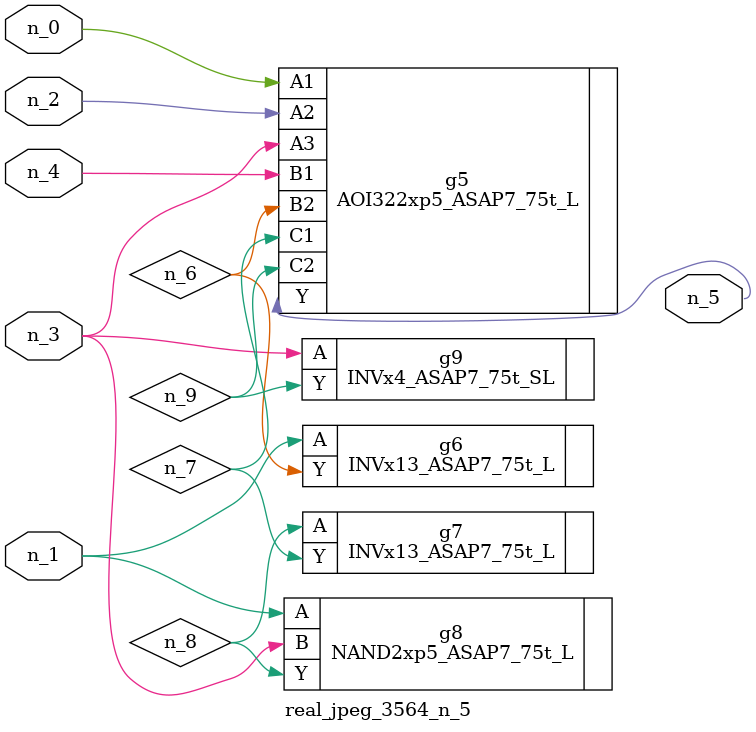
<source format=v>
module real_jpeg_3564_n_5 (n_4, n_0, n_1, n_2, n_3, n_5);

input n_4;
input n_0;
input n_1;
input n_2;
input n_3;

output n_5;

wire n_8;
wire n_6;
wire n_7;
wire n_9;

AOI322xp5_ASAP7_75t_L g5 ( 
.A1(n_0),
.A2(n_2),
.A3(n_3),
.B1(n_4),
.B2(n_6),
.C1(n_7),
.C2(n_9),
.Y(n_5)
);

INVx13_ASAP7_75t_L g6 ( 
.A(n_1),
.Y(n_6)
);

NAND2xp5_ASAP7_75t_L g8 ( 
.A(n_1),
.B(n_3),
.Y(n_8)
);

INVx4_ASAP7_75t_SL g9 ( 
.A(n_3),
.Y(n_9)
);

INVx13_ASAP7_75t_L g7 ( 
.A(n_8),
.Y(n_7)
);


endmodule
</source>
